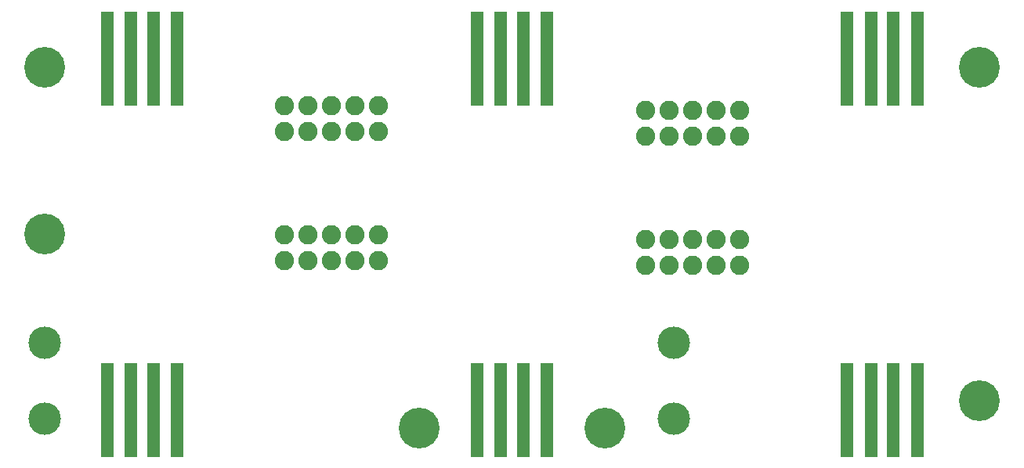
<source format=gts>
G75*
%MOIN*%
%OFA0B0*%
%FSLAX25Y25*%
%IPPOS*%
%LPD*%
%AMOC8*
5,1,8,0,0,1.08239X$1,22.5*
%
%ADD10C,0.17335*%
%ADD11C,0.08200*%
%ADD12C,0.13800*%
%ADD13R,0.05800X0.40170*%
D10*
X0188008Y0016748D03*
X0266748Y0016748D03*
X0426197Y0028559D03*
X0426197Y0170291D03*
X0028559Y0170291D03*
X0028559Y0099425D03*
D11*
X0130606Y0099020D03*
X0140606Y0099020D03*
X0150606Y0099020D03*
X0160606Y0099020D03*
X0170606Y0099020D03*
X0170606Y0088020D03*
X0160606Y0088020D03*
X0150606Y0088020D03*
X0140606Y0088020D03*
X0130606Y0088020D03*
X0130606Y0143138D03*
X0140606Y0143138D03*
X0150606Y0143138D03*
X0160606Y0143138D03*
X0170606Y0143138D03*
X0170606Y0154138D03*
X0160606Y0154138D03*
X0150606Y0154138D03*
X0140606Y0154138D03*
X0130606Y0154138D03*
X0284150Y0152169D03*
X0294150Y0152169D03*
X0304150Y0152169D03*
X0314150Y0152169D03*
X0324150Y0152169D03*
X0324150Y0141169D03*
X0314150Y0141169D03*
X0304150Y0141169D03*
X0294150Y0141169D03*
X0284150Y0141169D03*
X0284150Y0097051D03*
X0294150Y0097051D03*
X0304150Y0097051D03*
X0314150Y0097051D03*
X0324150Y0097051D03*
X0324150Y0086051D03*
X0314150Y0086051D03*
X0304150Y0086051D03*
X0294150Y0086051D03*
X0284150Y0086051D03*
D12*
X0028559Y0020685D03*
X0028559Y0053165D03*
X0296276Y0053165D03*
X0296276Y0020685D03*
D13*
X0242240Y0024622D03*
X0232201Y0024622D03*
X0222555Y0024622D03*
X0212516Y0024622D03*
X0084760Y0024622D03*
X0074720Y0024622D03*
X0065075Y0024622D03*
X0055035Y0024622D03*
X0369996Y0024622D03*
X0380035Y0024622D03*
X0389681Y0024622D03*
X0399720Y0024622D03*
X0399720Y0174228D03*
X0389681Y0174228D03*
X0380035Y0174228D03*
X0369996Y0174228D03*
X0242240Y0174228D03*
X0232201Y0174228D03*
X0222555Y0174228D03*
X0212516Y0174228D03*
X0084760Y0174228D03*
X0074720Y0174228D03*
X0065075Y0174228D03*
X0055035Y0174228D03*
M02*

</source>
